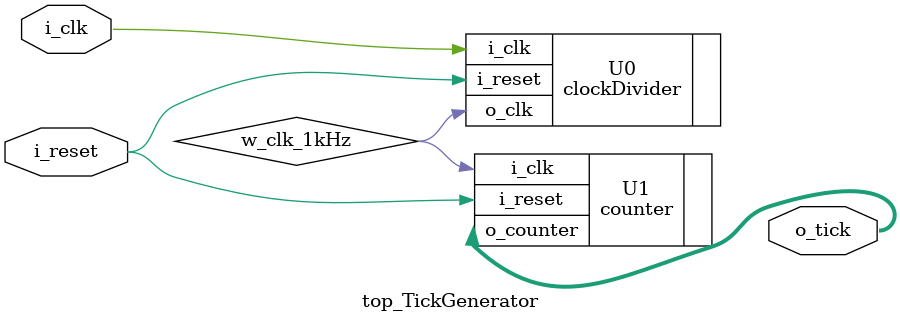
<source format=v>
`timescale 1ns / 1ps

module top_TickGenerator(
    input  i_clk,
    input  i_reset,
    output [31:0] o_tick
    );

    wire w_clk_1kHz;

    clockDivider U0(
    .i_clk(i_clk),
    .i_reset(i_reset),
    .o_clk(w_clk_1kHz)
    );

    counter U1(
    .i_clk(w_clk_1kHz),
    .i_reset(i_reset),
    .o_counter(o_tick)
    );
endmodule

</source>
